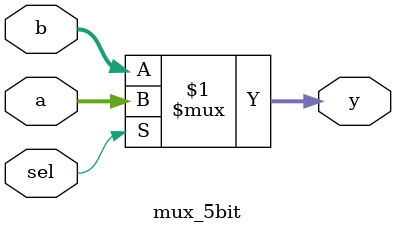
<source format=v>
`timescale 1ns / 1ps

module mux_5bit(
    input wire [4:0] a, b,
    input wire sel,
    output wire [4:0] y
    );
    
    // if sel = 1, then y = a
    // if sel = 0, then y = b
    
    assign y = sel ? a : b;  // must use WIRE assignment in instantiations
endmodule

</source>
